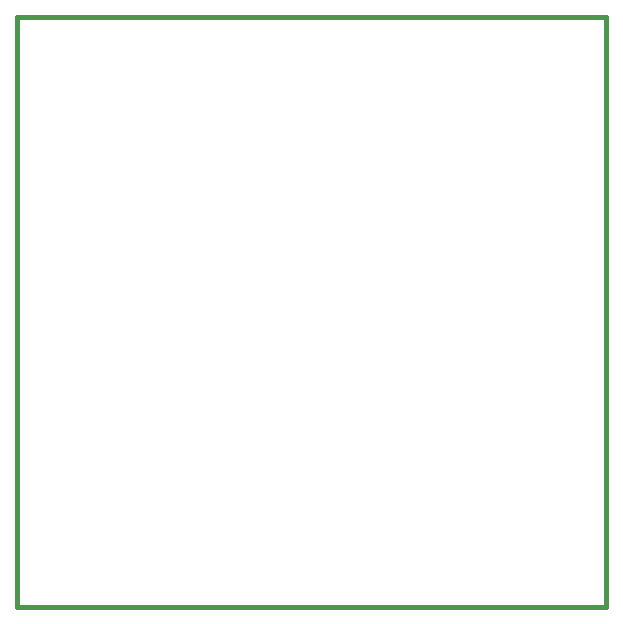
<source format=gbo>
G04 (created by PCBNEW-RS274X (2012-01-19 BZR 3256)-stable) date 2/17/2013 5:40:49 PM*
G01*
G70*
G90*
%MOIN*%
G04 Gerber Fmt 3.4, Leading zero omitted, Abs format*
%FSLAX34Y34*%
G04 APERTURE LIST*
%ADD10C,0.006000*%
%ADD11C,0.015000*%
%ADD12C,0.180000*%
G04 APERTURE END LIST*
G54D10*
G54D11*
X39724Y-24642D02*
X39756Y-24642D01*
X39724Y-44311D02*
X39724Y-24642D01*
X59358Y-44311D02*
X39724Y-44311D01*
X59358Y-24642D02*
X59358Y-44311D01*
X39724Y-24642D02*
X59358Y-24642D01*
%LPC*%
G54D12*
X58299Y-43260D03*
X40783Y-26575D03*
M02*

</source>
